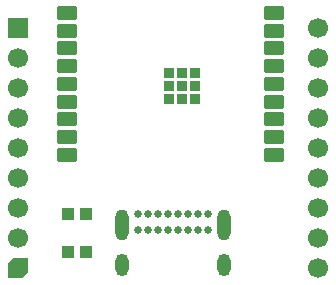
<source format=gbr>
%TF.GenerationSoftware,KiCad,Pcbnew,8.0.4*%
%TF.CreationDate,2024-07-30T18:13:19-04:00*%
%TF.ProjectId,esp32-c3-wroom-socket,65737033-322d-4633-932d-77726f6f6d2d,rev?*%
%TF.SameCoordinates,Original*%
%TF.FileFunction,Soldermask,Top*%
%TF.FilePolarity,Negative*%
%FSLAX46Y46*%
G04 Gerber Fmt 4.6, Leading zero omitted, Abs format (unit mm)*
G04 Created by KiCad (PCBNEW 8.0.4) date 2024-07-30 18:13:19*
%MOMM*%
%LPD*%
G01*
G04 APERTURE LIST*
G04 Aperture macros list*
%AMRoundRect*
0 Rectangle with rounded corners*
0 $1 Rounding radius*
0 $2 $3 $4 $5 $6 $7 $8 $9 X,Y pos of 4 corners*
0 Add a 4 corners polygon primitive as box body*
4,1,4,$2,$3,$4,$5,$6,$7,$8,$9,$2,$3,0*
0 Add four circle primitives for the rounded corners*
1,1,$1+$1,$2,$3*
1,1,$1+$1,$4,$5*
1,1,$1+$1,$6,$7*
1,1,$1+$1,$8,$9*
0 Add four rect primitives between the rounded corners*
20,1,$1+$1,$2,$3,$4,$5,0*
20,1,$1+$1,$4,$5,$6,$7,0*
20,1,$1+$1,$6,$7,$8,$9,0*
20,1,$1+$1,$8,$9,$2,$3,0*%
%AMOutline5P*
0 Free polygon, 5 corners , with rotation*
0 The origin of the aperture is its center*
0 number of corners: always 5*
0 $1 to $10 corner X, Y*
0 $11 Rotation angle, in degrees counterclockwise*
0 create outline with 5 corners*
4,1,5,$1,$2,$3,$4,$5,$6,$7,$8,$9,$10,$1,$2,$11*%
%AMOutline6P*
0 Free polygon, 6 corners , with rotation*
0 The origin of the aperture is its center*
0 number of corners: always 6*
0 $1 to $12 corner X, Y*
0 $13 Rotation angle, in degrees counterclockwise*
0 create outline with 6 corners*
4,1,6,$1,$2,$3,$4,$5,$6,$7,$8,$9,$10,$11,$12,$1,$2,$13*%
%AMOutline7P*
0 Free polygon, 7 corners , with rotation*
0 The origin of the aperture is its center*
0 number of corners: always 7*
0 $1 to $14 corner X, Y*
0 $15 Rotation angle, in degrees counterclockwise*
0 create outline with 7 corners*
4,1,7,$1,$2,$3,$4,$5,$6,$7,$8,$9,$10,$11,$12,$13,$14,$1,$2,$15*%
%AMOutline8P*
0 Free polygon, 8 corners , with rotation*
0 The origin of the aperture is its center*
0 number of corners: always 8*
0 $1 to $16 corner X, Y*
0 $17 Rotation angle, in degrees counterclockwise*
0 create outline with 8 corners*
4,1,8,$1,$2,$3,$4,$5,$6,$7,$8,$9,$10,$11,$12,$13,$14,$15,$16,$1,$2,$17*%
G04 Aperture macros list end*
%ADD10RoundRect,0.102000X-0.750000X-0.450000X0.750000X-0.450000X0.750000X0.450000X-0.750000X0.450000X0*%
%ADD11RoundRect,0.102000X-0.350000X-0.350000X0.350000X-0.350000X0.350000X0.350000X-0.350000X0.350000X0*%
%ADD12R,1.041400X1.117600*%
%ADD13C,0.660400*%
%ADD14O,1.117600X1.905000*%
%ADD15O,1.117600X2.616200*%
%ADD16R,1.700000X1.700000*%
%ADD17C,1.700000*%
%ADD18Outline6P,-0.850000X0.340000X-0.340000X0.850000X0.850000X0.850000X0.850000X-0.340000X0.340000X-0.850000X-0.850000X-0.850000X0.000000*%
G04 APERTURE END LIST*
D10*
%TO.C,U1*%
X148190000Y-58200000D03*
X148190000Y-59700000D03*
X148190000Y-61200000D03*
X148190000Y-62700000D03*
X148190000Y-64200000D03*
X148190000Y-65700000D03*
X148190000Y-67200000D03*
X148190000Y-68700000D03*
X148190000Y-70200000D03*
X165690000Y-70200000D03*
X165690000Y-68700000D03*
X165690000Y-67200000D03*
X165690000Y-65700000D03*
X165690000Y-64200000D03*
X165690000Y-62700000D03*
X165690000Y-61200000D03*
X165690000Y-59700000D03*
X165690000Y-58200000D03*
D11*
X156800000Y-63300000D03*
X157900000Y-63300000D03*
X159000000Y-63300000D03*
X156800000Y-64400000D03*
X157900000Y-64400000D03*
X159000000Y-64400000D03*
X156800000Y-65500000D03*
X157900000Y-65500000D03*
X159000000Y-65500000D03*
%TD*%
D12*
%TO.C,LED1*%
X149750001Y-75200000D03*
X148249999Y-75200000D03*
X148249999Y-78400400D03*
X149750001Y-78400400D03*
%TD*%
D13*
%TO.C,J1*%
X154150000Y-75200000D03*
X155000001Y-75200000D03*
X155849999Y-75200000D03*
X156700000Y-75200000D03*
X157550001Y-75200000D03*
X158400002Y-75200000D03*
X159250000Y-75200000D03*
X160100001Y-75200000D03*
X160100001Y-76550000D03*
X159250000Y-76550000D03*
X158400002Y-76550000D03*
X157550001Y-76550000D03*
X156700000Y-76550000D03*
X155849999Y-76550000D03*
X155000001Y-76550000D03*
X154150000Y-76550000D03*
D14*
X152800015Y-79565000D03*
X161449985Y-79565000D03*
D15*
X152800000Y-76180001D03*
X161449985Y-76180000D03*
%TD*%
D16*
%TO.C,J2*%
X144010000Y-59480000D03*
D17*
X144010000Y-62020000D03*
X144010000Y-64560000D03*
X144010000Y-67100000D03*
X144010000Y-69640000D03*
X144010000Y-72180000D03*
X144010000Y-74720000D03*
X144010000Y-77260000D03*
D18*
X144010000Y-79800000D03*
D17*
X169410000Y-79800000D03*
X169410000Y-77260000D03*
X169410000Y-74720000D03*
X169410000Y-72180000D03*
X169410000Y-69640000D03*
X169410000Y-67100000D03*
X169410000Y-64560000D03*
X169410000Y-62020000D03*
X169410000Y-59480000D03*
%TD*%
M02*

</source>
